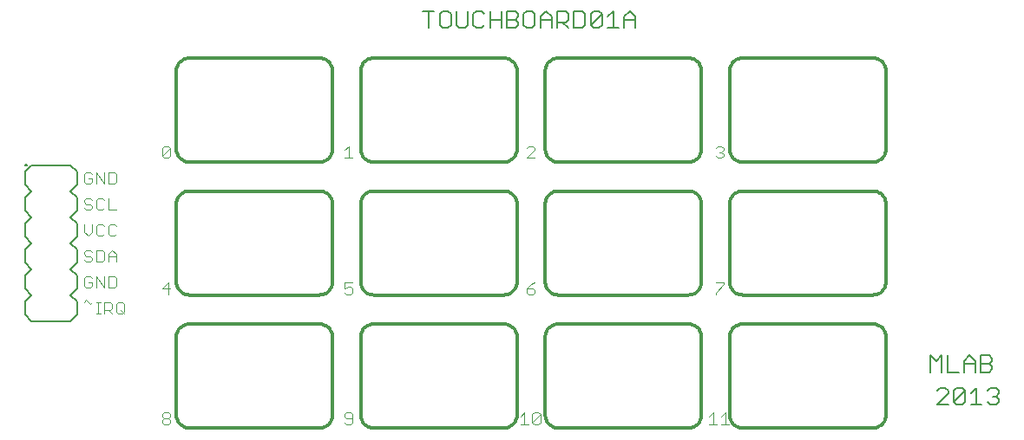
<source format=gbr>
G75*
G70*
%OFA0B0*%
%FSLAX24Y24*%
%IPPOS*%
%LPD*%
%AMOC8*
5,1,8,0,0,1.08239X$1,22.5*
%
%ADD10C,0.0040*%
%ADD11C,0.0060*%
%ADD12C,0.0050*%
%ADD13C,0.0120*%
D10*
X005670Y003247D02*
X005670Y003323D01*
X005747Y003400D01*
X005900Y003400D01*
X005977Y003323D01*
X005977Y003247D01*
X005900Y003170D01*
X005747Y003170D01*
X005670Y003247D01*
X005747Y003400D02*
X005670Y003477D01*
X005670Y003554D01*
X005747Y003630D01*
X005900Y003630D01*
X005977Y003554D01*
X005977Y003477D01*
X005900Y003400D01*
X012670Y003477D02*
X012747Y003400D01*
X012977Y003400D01*
X012977Y003247D02*
X012977Y003554D01*
X012900Y003630D01*
X012747Y003630D01*
X012670Y003554D01*
X012670Y003477D01*
X012670Y003247D02*
X012747Y003170D01*
X012900Y003170D01*
X012977Y003247D01*
X019420Y003170D02*
X019727Y003170D01*
X019573Y003170D02*
X019573Y003630D01*
X019420Y003477D01*
X019880Y003554D02*
X019957Y003630D01*
X020111Y003630D01*
X020187Y003554D01*
X019880Y003247D01*
X019957Y003170D01*
X020111Y003170D01*
X020187Y003247D01*
X020187Y003554D01*
X019880Y003554D02*
X019880Y003247D01*
X026670Y003170D02*
X026977Y003170D01*
X027130Y003170D02*
X027437Y003170D01*
X027284Y003170D02*
X027284Y003630D01*
X027130Y003477D01*
X026823Y003630D02*
X026823Y003170D01*
X026670Y003477D02*
X026823Y003630D01*
X026920Y008170D02*
X026920Y008247D01*
X027227Y008554D01*
X027227Y008630D01*
X026920Y008630D01*
X019977Y008630D02*
X019823Y008554D01*
X019670Y008400D01*
X019900Y008400D01*
X019977Y008323D01*
X019977Y008247D01*
X019900Y008170D01*
X019747Y008170D01*
X019670Y008247D01*
X019670Y008400D01*
X012977Y008400D02*
X012977Y008247D01*
X012900Y008170D01*
X012747Y008170D01*
X012670Y008247D01*
X012670Y008400D02*
X012823Y008477D01*
X012900Y008477D01*
X012977Y008400D01*
X012977Y008630D02*
X012670Y008630D01*
X012670Y008400D01*
X005977Y008400D02*
X005670Y008400D01*
X005900Y008630D01*
X005900Y008170D01*
X004205Y007804D02*
X004205Y007497D01*
X004128Y007420D01*
X003974Y007420D01*
X003898Y007497D01*
X003898Y007804D01*
X003974Y007880D01*
X004128Y007880D01*
X004205Y007804D01*
X004051Y007573D02*
X004205Y007420D01*
X003744Y007420D02*
X003591Y007573D01*
X003668Y007573D02*
X003437Y007573D01*
X003437Y007420D02*
X003437Y007880D01*
X003668Y007880D01*
X003744Y007804D01*
X003744Y007650D01*
X003668Y007573D01*
X003284Y007420D02*
X003130Y007420D01*
X003207Y007420D02*
X003207Y007880D01*
X003130Y007880D02*
X003284Y007880D01*
X002977Y007880D02*
X002900Y007804D01*
X002747Y007957D01*
X002670Y007880D01*
X002747Y008420D02*
X002900Y008420D01*
X002977Y008497D01*
X002977Y008650D01*
X002823Y008650D01*
X002670Y008497D02*
X002747Y008420D01*
X002670Y008497D02*
X002670Y008804D01*
X002747Y008880D01*
X002900Y008880D01*
X002977Y008804D01*
X003130Y008880D02*
X003437Y008420D01*
X003437Y008880D01*
X003591Y008880D02*
X003821Y008880D01*
X003898Y008804D01*
X003898Y008497D01*
X003821Y008420D01*
X003591Y008420D01*
X003591Y008880D01*
X003130Y008880D02*
X003130Y008420D01*
X003130Y009420D02*
X003361Y009420D01*
X003437Y009497D01*
X003437Y009804D01*
X003361Y009880D01*
X003130Y009880D01*
X003130Y009420D01*
X002977Y009497D02*
X002900Y009420D01*
X002747Y009420D01*
X002670Y009497D01*
X002747Y009650D02*
X002900Y009650D01*
X002977Y009573D01*
X002977Y009497D01*
X002747Y009650D02*
X002670Y009727D01*
X002670Y009804D01*
X002747Y009880D01*
X002900Y009880D01*
X002977Y009804D01*
X003591Y009727D02*
X003591Y009420D01*
X003591Y009650D02*
X003898Y009650D01*
X003898Y009727D02*
X003898Y009420D01*
X003898Y009727D02*
X003744Y009880D01*
X003591Y009727D01*
X003668Y010420D02*
X003821Y010420D01*
X003898Y010497D01*
X003668Y010420D02*
X003591Y010497D01*
X003591Y010804D01*
X003668Y010880D01*
X003821Y010880D01*
X003898Y010804D01*
X003437Y010804D02*
X003361Y010880D01*
X003207Y010880D01*
X003130Y010804D01*
X003130Y010497D01*
X003207Y010420D01*
X003361Y010420D01*
X003437Y010497D01*
X002977Y010573D02*
X002977Y010880D01*
X002977Y010573D02*
X002823Y010420D01*
X002670Y010573D01*
X002670Y010880D01*
X002747Y011420D02*
X002670Y011497D01*
X002747Y011420D02*
X002900Y011420D01*
X002977Y011497D01*
X002977Y011573D01*
X002900Y011650D01*
X002747Y011650D01*
X002670Y011727D01*
X002670Y011804D01*
X002747Y011880D01*
X002900Y011880D01*
X002977Y011804D01*
X003130Y011804D02*
X003130Y011497D01*
X003207Y011420D01*
X003361Y011420D01*
X003437Y011497D01*
X003591Y011420D02*
X003898Y011420D01*
X003591Y011420D02*
X003591Y011880D01*
X003437Y011804D02*
X003361Y011880D01*
X003207Y011880D01*
X003130Y011804D01*
X003130Y012420D02*
X003130Y012880D01*
X003437Y012420D01*
X003437Y012880D01*
X003591Y012880D02*
X003821Y012880D01*
X003898Y012804D01*
X003898Y012497D01*
X003821Y012420D01*
X003591Y012420D01*
X003591Y012880D01*
X002977Y012804D02*
X002900Y012880D01*
X002747Y012880D01*
X002670Y012804D01*
X002670Y012497D01*
X002747Y012420D01*
X002900Y012420D01*
X002977Y012497D01*
X002977Y012650D01*
X002823Y012650D01*
X005670Y013497D02*
X005977Y013804D01*
X005977Y013497D01*
X005900Y013420D01*
X005747Y013420D01*
X005670Y013497D01*
X005670Y013804D01*
X005747Y013880D01*
X005900Y013880D01*
X005977Y013804D01*
X012670Y013727D02*
X012823Y013880D01*
X012823Y013420D01*
X012670Y013420D02*
X012977Y013420D01*
X019670Y013420D02*
X019977Y013727D01*
X019977Y013804D01*
X019900Y013880D01*
X019747Y013880D01*
X019670Y013804D01*
X019670Y013420D02*
X019977Y013420D01*
X026920Y013497D02*
X026997Y013420D01*
X027150Y013420D01*
X027227Y013497D01*
X027227Y013573D01*
X027150Y013650D01*
X027073Y013650D01*
X027150Y013650D02*
X027227Y013727D01*
X027227Y013804D01*
X027150Y013880D01*
X026997Y013880D01*
X026920Y013804D01*
D11*
X023842Y018430D02*
X023842Y018857D01*
X023628Y019071D01*
X023415Y018857D01*
X023415Y018430D01*
X023197Y018430D02*
X022770Y018430D01*
X022984Y018430D02*
X022984Y019071D01*
X022770Y018857D01*
X022553Y018964D02*
X022553Y018537D01*
X022446Y018430D01*
X022232Y018430D01*
X022125Y018537D01*
X022553Y018964D01*
X022446Y019071D01*
X022232Y019071D01*
X022125Y018964D01*
X022125Y018537D01*
X021908Y018537D02*
X021908Y018964D01*
X021801Y019071D01*
X021481Y019071D01*
X021481Y018430D01*
X021801Y018430D01*
X021908Y018537D01*
X021263Y018430D02*
X021050Y018644D01*
X021157Y018644D02*
X020836Y018644D01*
X020836Y018430D02*
X020836Y019071D01*
X021157Y019071D01*
X021263Y018964D01*
X021263Y018750D01*
X021157Y018644D01*
X020619Y018750D02*
X020192Y018750D01*
X020192Y018857D02*
X020405Y019071D01*
X020619Y018857D01*
X020619Y018430D01*
X020192Y018430D02*
X020192Y018857D01*
X019974Y018964D02*
X019974Y018537D01*
X019868Y018430D01*
X019654Y018430D01*
X019547Y018537D01*
X019547Y018964D01*
X019654Y019071D01*
X019868Y019071D01*
X019974Y018964D01*
X019330Y018964D02*
X019330Y018857D01*
X019223Y018750D01*
X018903Y018750D01*
X018685Y018750D02*
X018258Y018750D01*
X018041Y018537D02*
X017934Y018430D01*
X017720Y018430D01*
X017614Y018537D01*
X017614Y018964D01*
X017720Y019071D01*
X017934Y019071D01*
X018041Y018964D01*
X018258Y019071D02*
X018258Y018430D01*
X018685Y018430D02*
X018685Y019071D01*
X018903Y019071D02*
X019223Y019071D01*
X019330Y018964D01*
X019223Y018750D02*
X019330Y018644D01*
X019330Y018537D01*
X019223Y018430D01*
X018903Y018430D01*
X018903Y019071D01*
X017396Y019071D02*
X017396Y018537D01*
X017289Y018430D01*
X017076Y018430D01*
X016969Y018537D01*
X016969Y019071D01*
X016752Y018964D02*
X016645Y019071D01*
X016431Y019071D01*
X016325Y018964D01*
X016325Y018537D01*
X016431Y018430D01*
X016645Y018430D01*
X016752Y018537D01*
X016752Y018964D01*
X016107Y019071D02*
X015680Y019071D01*
X015894Y019071D02*
X015894Y018430D01*
X023415Y018750D02*
X023842Y018750D01*
X002400Y012900D02*
X002400Y012400D01*
X002150Y012150D01*
X002400Y011900D01*
X002400Y011400D01*
X002150Y011150D01*
X002400Y010900D01*
X002400Y010400D01*
X002150Y010150D01*
X002400Y009900D01*
X002400Y009400D01*
X002150Y009150D01*
X002400Y008900D01*
X002400Y008400D01*
X002150Y008150D01*
X002400Y007900D01*
X002400Y007400D01*
X002150Y007150D01*
X000650Y007150D01*
X000400Y007400D01*
X000400Y007900D01*
X000650Y008150D01*
X000400Y008400D01*
X000400Y008900D01*
X000650Y009150D01*
X000400Y009400D01*
X000400Y009900D01*
X000650Y010150D01*
X000400Y010400D01*
X000400Y010900D01*
X000650Y011150D01*
X000400Y011400D01*
X000400Y011900D01*
X000650Y012150D01*
X000400Y012400D01*
X000400Y012900D01*
X000650Y013150D01*
X002150Y013150D01*
X002400Y012900D01*
X035180Y005821D02*
X035180Y005180D01*
X035607Y005180D02*
X035607Y005821D01*
X035394Y005607D01*
X035180Y005821D01*
X035825Y005821D02*
X035825Y005180D01*
X036252Y005180D01*
X036469Y005180D02*
X036469Y005607D01*
X036683Y005821D01*
X036896Y005607D01*
X036896Y005180D01*
X037114Y005180D02*
X037434Y005180D01*
X037541Y005287D01*
X037541Y005394D01*
X037434Y005500D01*
X037114Y005500D01*
X036896Y005500D02*
X036469Y005500D01*
X037114Y005180D02*
X037114Y005821D01*
X037434Y005821D01*
X037541Y005714D01*
X037541Y005607D01*
X037434Y005500D01*
X037470Y004571D02*
X037684Y004571D01*
X037791Y004464D01*
X037791Y004357D01*
X037684Y004250D01*
X037791Y004144D01*
X037791Y004037D01*
X037684Y003930D01*
X037470Y003930D01*
X037364Y004037D01*
X037146Y003930D02*
X036719Y003930D01*
X036933Y003930D02*
X036933Y004571D01*
X036719Y004357D01*
X036502Y004464D02*
X036075Y004037D01*
X036181Y003930D01*
X036395Y003930D01*
X036502Y004037D01*
X036502Y004464D01*
X036395Y004571D01*
X036181Y004571D01*
X036075Y004464D01*
X036075Y004037D01*
X035857Y003930D02*
X035430Y003930D01*
X035857Y004357D01*
X035857Y004464D01*
X035750Y004571D01*
X035537Y004571D01*
X035430Y004464D01*
X037364Y004464D02*
X037470Y004571D01*
X037577Y004250D02*
X037684Y004250D01*
D12*
X000408Y013150D02*
X000410Y013159D01*
X000415Y013166D01*
X000423Y013171D01*
X000432Y013172D01*
X000441Y013169D01*
X000448Y013163D01*
X000452Y013155D01*
X000452Y013145D01*
X000448Y013137D01*
X000441Y013131D01*
X000432Y013128D01*
X000423Y013129D01*
X000415Y013134D01*
X000410Y013141D01*
X000408Y013150D01*
D13*
X006205Y013768D02*
X006205Y016768D01*
X006207Y016812D01*
X006213Y016855D01*
X006222Y016897D01*
X006235Y016939D01*
X006252Y016979D01*
X006272Y017018D01*
X006295Y017055D01*
X006322Y017089D01*
X006351Y017122D01*
X006384Y017151D01*
X006418Y017178D01*
X006455Y017201D01*
X006494Y017221D01*
X006534Y017238D01*
X006576Y017251D01*
X006618Y017260D01*
X006661Y017266D01*
X006705Y017268D01*
X011705Y017268D01*
X011749Y017266D01*
X011792Y017260D01*
X011834Y017251D01*
X011876Y017238D01*
X011916Y017221D01*
X011955Y017201D01*
X011992Y017178D01*
X012026Y017151D01*
X012059Y017122D01*
X012088Y017089D01*
X012115Y017055D01*
X012138Y017018D01*
X012158Y016979D01*
X012175Y016939D01*
X012188Y016897D01*
X012197Y016855D01*
X012203Y016812D01*
X012205Y016768D01*
X012205Y013768D01*
X012203Y013724D01*
X012197Y013681D01*
X012188Y013639D01*
X012175Y013597D01*
X012158Y013557D01*
X012138Y013518D01*
X012115Y013481D01*
X012088Y013447D01*
X012059Y013414D01*
X012026Y013385D01*
X011992Y013358D01*
X011955Y013335D01*
X011916Y013315D01*
X011876Y013298D01*
X011834Y013285D01*
X011792Y013276D01*
X011749Y013270D01*
X011705Y013268D01*
X006705Y013268D01*
X006661Y013270D01*
X006618Y013276D01*
X006576Y013285D01*
X006534Y013298D01*
X006494Y013315D01*
X006455Y013335D01*
X006418Y013358D01*
X006384Y013385D01*
X006351Y013414D01*
X006322Y013447D01*
X006295Y013481D01*
X006272Y013518D01*
X006252Y013557D01*
X006235Y013597D01*
X006222Y013639D01*
X006213Y013681D01*
X006207Y013724D01*
X006205Y013768D01*
X006705Y012150D02*
X011705Y012150D01*
X011749Y012148D01*
X011792Y012142D01*
X011834Y012133D01*
X011876Y012120D01*
X011916Y012103D01*
X011955Y012083D01*
X011992Y012060D01*
X012026Y012033D01*
X012059Y012004D01*
X012088Y011971D01*
X012115Y011937D01*
X012138Y011900D01*
X012158Y011861D01*
X012175Y011821D01*
X012188Y011779D01*
X012197Y011737D01*
X012203Y011694D01*
X012205Y011650D01*
X012205Y008650D01*
X012203Y008606D01*
X012197Y008563D01*
X012188Y008521D01*
X012175Y008479D01*
X012158Y008439D01*
X012138Y008400D01*
X012115Y008363D01*
X012088Y008329D01*
X012059Y008296D01*
X012026Y008267D01*
X011992Y008240D01*
X011955Y008217D01*
X011916Y008197D01*
X011876Y008180D01*
X011834Y008167D01*
X011792Y008158D01*
X011749Y008152D01*
X011705Y008150D01*
X006705Y008150D01*
X006661Y008152D01*
X006618Y008158D01*
X006576Y008167D01*
X006534Y008180D01*
X006494Y008197D01*
X006455Y008217D01*
X006418Y008240D01*
X006384Y008267D01*
X006351Y008296D01*
X006322Y008329D01*
X006295Y008363D01*
X006272Y008400D01*
X006252Y008439D01*
X006235Y008479D01*
X006222Y008521D01*
X006213Y008563D01*
X006207Y008606D01*
X006205Y008650D01*
X006205Y011650D01*
X006207Y011694D01*
X006213Y011737D01*
X006222Y011779D01*
X006235Y011821D01*
X006252Y011861D01*
X006272Y011900D01*
X006295Y011937D01*
X006322Y011971D01*
X006351Y012004D01*
X006384Y012033D01*
X006418Y012060D01*
X006455Y012083D01*
X006494Y012103D01*
X006534Y012120D01*
X006576Y012133D01*
X006618Y012142D01*
X006661Y012148D01*
X006705Y012150D01*
X013292Y011650D02*
X013292Y008650D01*
X013294Y008606D01*
X013300Y008563D01*
X013309Y008521D01*
X013322Y008479D01*
X013339Y008439D01*
X013359Y008400D01*
X013382Y008363D01*
X013409Y008329D01*
X013438Y008296D01*
X013471Y008267D01*
X013505Y008240D01*
X013542Y008217D01*
X013581Y008197D01*
X013621Y008180D01*
X013663Y008167D01*
X013705Y008158D01*
X013748Y008152D01*
X013792Y008150D01*
X018792Y008150D01*
X018836Y008152D01*
X018879Y008158D01*
X018921Y008167D01*
X018963Y008180D01*
X019003Y008197D01*
X019042Y008217D01*
X019079Y008240D01*
X019113Y008267D01*
X019146Y008296D01*
X019175Y008329D01*
X019202Y008363D01*
X019225Y008400D01*
X019245Y008439D01*
X019262Y008479D01*
X019275Y008521D01*
X019284Y008563D01*
X019290Y008606D01*
X019292Y008650D01*
X019292Y011650D01*
X019290Y011694D01*
X019284Y011737D01*
X019275Y011779D01*
X019262Y011821D01*
X019245Y011861D01*
X019225Y011900D01*
X019202Y011937D01*
X019175Y011971D01*
X019146Y012004D01*
X019113Y012033D01*
X019079Y012060D01*
X019042Y012083D01*
X019003Y012103D01*
X018963Y012120D01*
X018921Y012133D01*
X018879Y012142D01*
X018836Y012148D01*
X018792Y012150D01*
X013792Y012150D01*
X013748Y012148D01*
X013705Y012142D01*
X013663Y012133D01*
X013621Y012120D01*
X013581Y012103D01*
X013542Y012083D01*
X013505Y012060D01*
X013471Y012033D01*
X013438Y012004D01*
X013409Y011971D01*
X013382Y011937D01*
X013359Y011900D01*
X013339Y011861D01*
X013322Y011821D01*
X013309Y011779D01*
X013300Y011737D01*
X013294Y011694D01*
X013292Y011650D01*
X013792Y013268D02*
X018792Y013268D01*
X018836Y013270D01*
X018879Y013276D01*
X018921Y013285D01*
X018963Y013298D01*
X019003Y013315D01*
X019042Y013335D01*
X019079Y013358D01*
X019113Y013385D01*
X019146Y013414D01*
X019175Y013447D01*
X019202Y013481D01*
X019225Y013518D01*
X019245Y013557D01*
X019262Y013597D01*
X019275Y013639D01*
X019284Y013681D01*
X019290Y013724D01*
X019292Y013768D01*
X019292Y016768D01*
X019290Y016812D01*
X019284Y016855D01*
X019275Y016897D01*
X019262Y016939D01*
X019245Y016979D01*
X019225Y017018D01*
X019202Y017055D01*
X019175Y017089D01*
X019146Y017122D01*
X019113Y017151D01*
X019079Y017178D01*
X019042Y017201D01*
X019003Y017221D01*
X018963Y017238D01*
X018921Y017251D01*
X018879Y017260D01*
X018836Y017266D01*
X018792Y017268D01*
X013792Y017268D01*
X013748Y017266D01*
X013705Y017260D01*
X013663Y017251D01*
X013621Y017238D01*
X013581Y017221D01*
X013542Y017201D01*
X013505Y017178D01*
X013471Y017151D01*
X013438Y017122D01*
X013409Y017089D01*
X013382Y017055D01*
X013359Y017018D01*
X013339Y016979D01*
X013322Y016939D01*
X013309Y016897D01*
X013300Y016855D01*
X013294Y016812D01*
X013292Y016768D01*
X013292Y013768D01*
X013294Y013724D01*
X013300Y013681D01*
X013309Y013639D01*
X013322Y013597D01*
X013339Y013557D01*
X013359Y013518D01*
X013382Y013481D01*
X013409Y013447D01*
X013438Y013414D01*
X013471Y013385D01*
X013505Y013358D01*
X013542Y013335D01*
X013581Y013315D01*
X013621Y013298D01*
X013663Y013285D01*
X013705Y013276D01*
X013748Y013270D01*
X013792Y013268D01*
X020378Y013768D02*
X020378Y016768D01*
X020380Y016812D01*
X020386Y016855D01*
X020395Y016897D01*
X020408Y016939D01*
X020425Y016979D01*
X020445Y017018D01*
X020468Y017055D01*
X020495Y017089D01*
X020524Y017122D01*
X020557Y017151D01*
X020591Y017178D01*
X020628Y017201D01*
X020667Y017221D01*
X020707Y017238D01*
X020749Y017251D01*
X020791Y017260D01*
X020834Y017266D01*
X020878Y017268D01*
X025878Y017268D01*
X025922Y017266D01*
X025965Y017260D01*
X026007Y017251D01*
X026049Y017238D01*
X026089Y017221D01*
X026128Y017201D01*
X026165Y017178D01*
X026199Y017151D01*
X026232Y017122D01*
X026261Y017089D01*
X026288Y017055D01*
X026311Y017018D01*
X026331Y016979D01*
X026348Y016939D01*
X026361Y016897D01*
X026370Y016855D01*
X026376Y016812D01*
X026378Y016768D01*
X026378Y013768D01*
X026376Y013724D01*
X026370Y013681D01*
X026361Y013639D01*
X026348Y013597D01*
X026331Y013557D01*
X026311Y013518D01*
X026288Y013481D01*
X026261Y013447D01*
X026232Y013414D01*
X026199Y013385D01*
X026165Y013358D01*
X026128Y013335D01*
X026089Y013315D01*
X026049Y013298D01*
X026007Y013285D01*
X025965Y013276D01*
X025922Y013270D01*
X025878Y013268D01*
X020878Y013268D01*
X020834Y013270D01*
X020791Y013276D01*
X020749Y013285D01*
X020707Y013298D01*
X020667Y013315D01*
X020628Y013335D01*
X020591Y013358D01*
X020557Y013385D01*
X020524Y013414D01*
X020495Y013447D01*
X020468Y013481D01*
X020445Y013518D01*
X020425Y013557D01*
X020408Y013597D01*
X020395Y013639D01*
X020386Y013681D01*
X020380Y013724D01*
X020378Y013768D01*
X020878Y012150D02*
X025878Y012150D01*
X025922Y012148D01*
X025965Y012142D01*
X026007Y012133D01*
X026049Y012120D01*
X026089Y012103D01*
X026128Y012083D01*
X026165Y012060D01*
X026199Y012033D01*
X026232Y012004D01*
X026261Y011971D01*
X026288Y011937D01*
X026311Y011900D01*
X026331Y011861D01*
X026348Y011821D01*
X026361Y011779D01*
X026370Y011737D01*
X026376Y011694D01*
X026378Y011650D01*
X026378Y008650D01*
X026376Y008606D01*
X026370Y008563D01*
X026361Y008521D01*
X026348Y008479D01*
X026331Y008439D01*
X026311Y008400D01*
X026288Y008363D01*
X026261Y008329D01*
X026232Y008296D01*
X026199Y008267D01*
X026165Y008240D01*
X026128Y008217D01*
X026089Y008197D01*
X026049Y008180D01*
X026007Y008167D01*
X025965Y008158D01*
X025922Y008152D01*
X025878Y008150D01*
X020878Y008150D01*
X020834Y008152D01*
X020791Y008158D01*
X020749Y008167D01*
X020707Y008180D01*
X020667Y008197D01*
X020628Y008217D01*
X020591Y008240D01*
X020557Y008267D01*
X020524Y008296D01*
X020495Y008329D01*
X020468Y008363D01*
X020445Y008400D01*
X020425Y008439D01*
X020408Y008479D01*
X020395Y008521D01*
X020386Y008563D01*
X020380Y008606D01*
X020378Y008650D01*
X020378Y011650D01*
X020380Y011694D01*
X020386Y011737D01*
X020395Y011779D01*
X020408Y011821D01*
X020425Y011861D01*
X020445Y011900D01*
X020468Y011937D01*
X020495Y011971D01*
X020524Y012004D01*
X020557Y012033D01*
X020591Y012060D01*
X020628Y012083D01*
X020667Y012103D01*
X020707Y012120D01*
X020749Y012133D01*
X020791Y012142D01*
X020834Y012148D01*
X020878Y012150D01*
X027465Y011650D02*
X027465Y008650D01*
X027467Y008606D01*
X027473Y008563D01*
X027482Y008521D01*
X027495Y008479D01*
X027512Y008439D01*
X027532Y008400D01*
X027555Y008363D01*
X027582Y008329D01*
X027611Y008296D01*
X027644Y008267D01*
X027678Y008240D01*
X027715Y008217D01*
X027754Y008197D01*
X027794Y008180D01*
X027836Y008167D01*
X027878Y008158D01*
X027921Y008152D01*
X027965Y008150D01*
X032965Y008150D01*
X033009Y008152D01*
X033052Y008158D01*
X033094Y008167D01*
X033136Y008180D01*
X033176Y008197D01*
X033215Y008217D01*
X033252Y008240D01*
X033286Y008267D01*
X033319Y008296D01*
X033348Y008329D01*
X033375Y008363D01*
X033398Y008400D01*
X033418Y008439D01*
X033435Y008479D01*
X033448Y008521D01*
X033457Y008563D01*
X033463Y008606D01*
X033465Y008650D01*
X033465Y011650D01*
X033463Y011694D01*
X033457Y011737D01*
X033448Y011779D01*
X033435Y011821D01*
X033418Y011861D01*
X033398Y011900D01*
X033375Y011937D01*
X033348Y011971D01*
X033319Y012004D01*
X033286Y012033D01*
X033252Y012060D01*
X033215Y012083D01*
X033176Y012103D01*
X033136Y012120D01*
X033094Y012133D01*
X033052Y012142D01*
X033009Y012148D01*
X032965Y012150D01*
X027965Y012150D01*
X027921Y012148D01*
X027878Y012142D01*
X027836Y012133D01*
X027794Y012120D01*
X027754Y012103D01*
X027715Y012083D01*
X027678Y012060D01*
X027644Y012033D01*
X027611Y012004D01*
X027582Y011971D01*
X027555Y011937D01*
X027532Y011900D01*
X027512Y011861D01*
X027495Y011821D01*
X027482Y011779D01*
X027473Y011737D01*
X027467Y011694D01*
X027465Y011650D01*
X027965Y013268D02*
X032965Y013268D01*
X033009Y013270D01*
X033052Y013276D01*
X033094Y013285D01*
X033136Y013298D01*
X033176Y013315D01*
X033215Y013335D01*
X033252Y013358D01*
X033286Y013385D01*
X033319Y013414D01*
X033348Y013447D01*
X033375Y013481D01*
X033398Y013518D01*
X033418Y013557D01*
X033435Y013597D01*
X033448Y013639D01*
X033457Y013681D01*
X033463Y013724D01*
X033465Y013768D01*
X033465Y016768D01*
X033463Y016812D01*
X033457Y016855D01*
X033448Y016897D01*
X033435Y016939D01*
X033418Y016979D01*
X033398Y017018D01*
X033375Y017055D01*
X033348Y017089D01*
X033319Y017122D01*
X033286Y017151D01*
X033252Y017178D01*
X033215Y017201D01*
X033176Y017221D01*
X033136Y017238D01*
X033094Y017251D01*
X033052Y017260D01*
X033009Y017266D01*
X032965Y017268D01*
X027965Y017268D01*
X027921Y017266D01*
X027878Y017260D01*
X027836Y017251D01*
X027794Y017238D01*
X027754Y017221D01*
X027715Y017201D01*
X027678Y017178D01*
X027644Y017151D01*
X027611Y017122D01*
X027582Y017089D01*
X027555Y017055D01*
X027532Y017018D01*
X027512Y016979D01*
X027495Y016939D01*
X027482Y016897D01*
X027473Y016855D01*
X027467Y016812D01*
X027465Y016768D01*
X027465Y013768D01*
X027467Y013724D01*
X027473Y013681D01*
X027482Y013639D01*
X027495Y013597D01*
X027512Y013557D01*
X027532Y013518D01*
X027555Y013481D01*
X027582Y013447D01*
X027611Y013414D01*
X027644Y013385D01*
X027678Y013358D01*
X027715Y013335D01*
X027754Y013315D01*
X027794Y013298D01*
X027836Y013285D01*
X027878Y013276D01*
X027921Y013270D01*
X027965Y013268D01*
X027965Y007032D02*
X032965Y007032D01*
X033009Y007030D01*
X033052Y007024D01*
X033094Y007015D01*
X033136Y007002D01*
X033176Y006985D01*
X033215Y006965D01*
X033252Y006942D01*
X033286Y006915D01*
X033319Y006886D01*
X033348Y006853D01*
X033375Y006819D01*
X033398Y006782D01*
X033418Y006743D01*
X033435Y006703D01*
X033448Y006661D01*
X033457Y006619D01*
X033463Y006576D01*
X033465Y006532D01*
X033465Y003532D01*
X033463Y003488D01*
X033457Y003445D01*
X033448Y003403D01*
X033435Y003361D01*
X033418Y003321D01*
X033398Y003282D01*
X033375Y003245D01*
X033348Y003211D01*
X033319Y003178D01*
X033286Y003149D01*
X033252Y003122D01*
X033215Y003099D01*
X033176Y003079D01*
X033136Y003062D01*
X033094Y003049D01*
X033052Y003040D01*
X033009Y003034D01*
X032965Y003032D01*
X027965Y003032D01*
X027921Y003034D01*
X027878Y003040D01*
X027836Y003049D01*
X027794Y003062D01*
X027754Y003079D01*
X027715Y003099D01*
X027678Y003122D01*
X027644Y003149D01*
X027611Y003178D01*
X027582Y003211D01*
X027555Y003245D01*
X027532Y003282D01*
X027512Y003321D01*
X027495Y003361D01*
X027482Y003403D01*
X027473Y003445D01*
X027467Y003488D01*
X027465Y003532D01*
X027465Y006532D01*
X027467Y006576D01*
X027473Y006619D01*
X027482Y006661D01*
X027495Y006703D01*
X027512Y006743D01*
X027532Y006782D01*
X027555Y006819D01*
X027582Y006853D01*
X027611Y006886D01*
X027644Y006915D01*
X027678Y006942D01*
X027715Y006965D01*
X027754Y006985D01*
X027794Y007002D01*
X027836Y007015D01*
X027878Y007024D01*
X027921Y007030D01*
X027965Y007032D01*
X026378Y006532D02*
X026378Y003532D01*
X026376Y003488D01*
X026370Y003445D01*
X026361Y003403D01*
X026348Y003361D01*
X026331Y003321D01*
X026311Y003282D01*
X026288Y003245D01*
X026261Y003211D01*
X026232Y003178D01*
X026199Y003149D01*
X026165Y003122D01*
X026128Y003099D01*
X026089Y003079D01*
X026049Y003062D01*
X026007Y003049D01*
X025965Y003040D01*
X025922Y003034D01*
X025878Y003032D01*
X020878Y003032D01*
X020834Y003034D01*
X020791Y003040D01*
X020749Y003049D01*
X020707Y003062D01*
X020667Y003079D01*
X020628Y003099D01*
X020591Y003122D01*
X020557Y003149D01*
X020524Y003178D01*
X020495Y003211D01*
X020468Y003245D01*
X020445Y003282D01*
X020425Y003321D01*
X020408Y003361D01*
X020395Y003403D01*
X020386Y003445D01*
X020380Y003488D01*
X020378Y003532D01*
X020378Y006532D01*
X020380Y006576D01*
X020386Y006619D01*
X020395Y006661D01*
X020408Y006703D01*
X020425Y006743D01*
X020445Y006782D01*
X020468Y006819D01*
X020495Y006853D01*
X020524Y006886D01*
X020557Y006915D01*
X020591Y006942D01*
X020628Y006965D01*
X020667Y006985D01*
X020707Y007002D01*
X020749Y007015D01*
X020791Y007024D01*
X020834Y007030D01*
X020878Y007032D01*
X025878Y007032D01*
X025922Y007030D01*
X025965Y007024D01*
X026007Y007015D01*
X026049Y007002D01*
X026089Y006985D01*
X026128Y006965D01*
X026165Y006942D01*
X026199Y006915D01*
X026232Y006886D01*
X026261Y006853D01*
X026288Y006819D01*
X026311Y006782D01*
X026331Y006743D01*
X026348Y006703D01*
X026361Y006661D01*
X026370Y006619D01*
X026376Y006576D01*
X026378Y006532D01*
X019292Y006532D02*
X019292Y003532D01*
X019290Y003488D01*
X019284Y003445D01*
X019275Y003403D01*
X019262Y003361D01*
X019245Y003321D01*
X019225Y003282D01*
X019202Y003245D01*
X019175Y003211D01*
X019146Y003178D01*
X019113Y003149D01*
X019079Y003122D01*
X019042Y003099D01*
X019003Y003079D01*
X018963Y003062D01*
X018921Y003049D01*
X018879Y003040D01*
X018836Y003034D01*
X018792Y003032D01*
X013792Y003032D01*
X013748Y003034D01*
X013705Y003040D01*
X013663Y003049D01*
X013621Y003062D01*
X013581Y003079D01*
X013542Y003099D01*
X013505Y003122D01*
X013471Y003149D01*
X013438Y003178D01*
X013409Y003211D01*
X013382Y003245D01*
X013359Y003282D01*
X013339Y003321D01*
X013322Y003361D01*
X013309Y003403D01*
X013300Y003445D01*
X013294Y003488D01*
X013292Y003532D01*
X013292Y006532D01*
X013294Y006576D01*
X013300Y006619D01*
X013309Y006661D01*
X013322Y006703D01*
X013339Y006743D01*
X013359Y006782D01*
X013382Y006819D01*
X013409Y006853D01*
X013438Y006886D01*
X013471Y006915D01*
X013505Y006942D01*
X013542Y006965D01*
X013581Y006985D01*
X013621Y007002D01*
X013663Y007015D01*
X013705Y007024D01*
X013748Y007030D01*
X013792Y007032D01*
X018792Y007032D01*
X018836Y007030D01*
X018879Y007024D01*
X018921Y007015D01*
X018963Y007002D01*
X019003Y006985D01*
X019042Y006965D01*
X019079Y006942D01*
X019113Y006915D01*
X019146Y006886D01*
X019175Y006853D01*
X019202Y006819D01*
X019225Y006782D01*
X019245Y006743D01*
X019262Y006703D01*
X019275Y006661D01*
X019284Y006619D01*
X019290Y006576D01*
X019292Y006532D01*
X012205Y006532D02*
X012205Y003532D01*
X012203Y003488D01*
X012197Y003445D01*
X012188Y003403D01*
X012175Y003361D01*
X012158Y003321D01*
X012138Y003282D01*
X012115Y003245D01*
X012088Y003211D01*
X012059Y003178D01*
X012026Y003149D01*
X011992Y003122D01*
X011955Y003099D01*
X011916Y003079D01*
X011876Y003062D01*
X011834Y003049D01*
X011792Y003040D01*
X011749Y003034D01*
X011705Y003032D01*
X006705Y003032D01*
X006661Y003034D01*
X006618Y003040D01*
X006576Y003049D01*
X006534Y003062D01*
X006494Y003079D01*
X006455Y003099D01*
X006418Y003122D01*
X006384Y003149D01*
X006351Y003178D01*
X006322Y003211D01*
X006295Y003245D01*
X006272Y003282D01*
X006252Y003321D01*
X006235Y003361D01*
X006222Y003403D01*
X006213Y003445D01*
X006207Y003488D01*
X006205Y003532D01*
X006205Y006532D01*
X006207Y006576D01*
X006213Y006619D01*
X006222Y006661D01*
X006235Y006703D01*
X006252Y006743D01*
X006272Y006782D01*
X006295Y006819D01*
X006322Y006853D01*
X006351Y006886D01*
X006384Y006915D01*
X006418Y006942D01*
X006455Y006965D01*
X006494Y006985D01*
X006534Y007002D01*
X006576Y007015D01*
X006618Y007024D01*
X006661Y007030D01*
X006705Y007032D01*
X011705Y007032D01*
X011749Y007030D01*
X011792Y007024D01*
X011834Y007015D01*
X011876Y007002D01*
X011916Y006985D01*
X011955Y006965D01*
X011992Y006942D01*
X012026Y006915D01*
X012059Y006886D01*
X012088Y006853D01*
X012115Y006819D01*
X012138Y006782D01*
X012158Y006743D01*
X012175Y006703D01*
X012188Y006661D01*
X012197Y006619D01*
X012203Y006576D01*
X012205Y006532D01*
M02*

</source>
